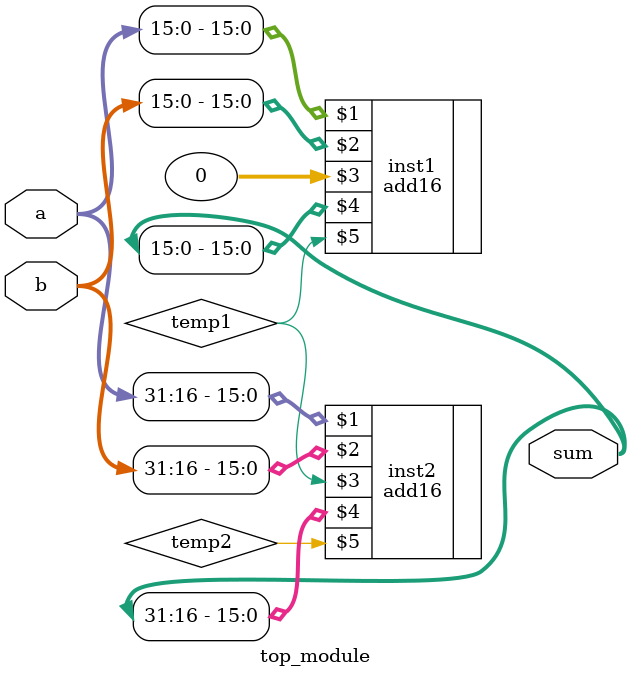
<source format=v>
module top_module(
    input [31:0] a,
    input [31:0] b,
    output [31:0] sum
);
    wire temp1,temp2;
    add16 inst1(a[15:0],b[15:0],0,sum[15:0],temp1);
    add16 inst2(a[31:16],b[31:16],temp1,sum[31:16],temp2);
endmodule

</source>
